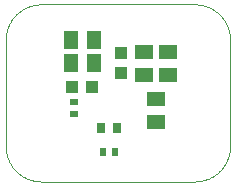
<source format=gbp>
G04 EAGLE Gerber RS-274X export*
G75*
%MOMM*%
%FSLAX35Y35*%
%LPD*%
%INsolder_paste_bottom*%
%IPPOS*%
%AMOC8*
5,1,8,0,0,1.08239X$1,22.5*%
G01*
%ADD10C,0.010000*%
%ADD11R,1.000000X1.100000*%
%ADD12R,1.100000X1.000000*%
%ADD13R,1.300000X1.500000*%
%ADD14R,1.500000X1.300000*%
%ADD15R,0.700000X0.600000*%
%ADD16R,0.700000X0.900000*%
%ADD17R,0.600000X0.700000*%


D10*
X3100000Y4100000D02*
X3100000Y3200000D01*
X3099912Y3192751D01*
X3099650Y3185506D01*
X3099212Y3178270D01*
X3098599Y3171046D01*
X3097813Y3163839D01*
X3096852Y3156653D01*
X3095718Y3149493D01*
X3094411Y3142362D01*
X3092932Y3135265D01*
X3091283Y3128205D01*
X3089463Y3121188D01*
X3087474Y3114216D01*
X3085317Y3107295D01*
X3082994Y3100428D01*
X3080505Y3093619D01*
X3077852Y3086872D01*
X3075038Y3080191D01*
X3072062Y3073580D01*
X3068928Y3067043D01*
X3065637Y3060583D01*
X3062190Y3054205D01*
X3058591Y3047912D01*
X3054840Y3041708D01*
X3050941Y3035596D01*
X3046895Y3029581D01*
X3042705Y3023664D01*
X3038373Y3017851D01*
X3033902Y3012144D01*
X3029295Y3006547D01*
X3024553Y3001063D01*
X3019681Y2995695D01*
X3014680Y2990447D01*
X3009553Y2985320D01*
X3004305Y2980319D01*
X2998937Y2975447D01*
X2993453Y2970705D01*
X2987856Y2966098D01*
X2982149Y2961627D01*
X2976336Y2957295D01*
X2970419Y2953105D01*
X2964404Y2949059D01*
X2958292Y2945160D01*
X2952088Y2941409D01*
X2945795Y2937810D01*
X2939417Y2934363D01*
X2932957Y2931072D01*
X2926420Y2927938D01*
X2919809Y2924962D01*
X2913128Y2922148D01*
X2906381Y2919495D01*
X2899572Y2917006D01*
X2892705Y2914683D01*
X2885784Y2912526D01*
X2878812Y2910537D01*
X2871795Y2908717D01*
X2864735Y2907068D01*
X2857638Y2905589D01*
X2850507Y2904282D01*
X2843347Y2903148D01*
X2836161Y2902187D01*
X2828954Y2901401D01*
X2821730Y2900788D01*
X2814494Y2900350D01*
X2807249Y2900088D01*
X2800000Y2900000D01*
X1500000Y2900000D01*
X1492751Y2900088D01*
X1485506Y2900350D01*
X1478270Y2900788D01*
X1471046Y2901401D01*
X1463839Y2902187D01*
X1456653Y2903148D01*
X1449493Y2904282D01*
X1442362Y2905589D01*
X1435265Y2907068D01*
X1428205Y2908717D01*
X1421188Y2910537D01*
X1414216Y2912526D01*
X1407295Y2914683D01*
X1400428Y2917006D01*
X1393619Y2919495D01*
X1386872Y2922148D01*
X1380191Y2924962D01*
X1373580Y2927938D01*
X1367043Y2931072D01*
X1360583Y2934363D01*
X1354205Y2937810D01*
X1347912Y2941409D01*
X1341708Y2945160D01*
X1335596Y2949059D01*
X1329581Y2953105D01*
X1323664Y2957295D01*
X1317851Y2961627D01*
X1312144Y2966098D01*
X1306547Y2970705D01*
X1301063Y2975447D01*
X1295695Y2980319D01*
X1290447Y2985320D01*
X1285320Y2990447D01*
X1280319Y2995695D01*
X1275447Y3001063D01*
X1270705Y3006547D01*
X1266098Y3012144D01*
X1261627Y3017851D01*
X1257295Y3023664D01*
X1253105Y3029581D01*
X1249059Y3035596D01*
X1245160Y3041708D01*
X1241409Y3047912D01*
X1237810Y3054205D01*
X1234363Y3060583D01*
X1231072Y3067043D01*
X1227938Y3073580D01*
X1224962Y3080191D01*
X1222148Y3086872D01*
X1219495Y3093619D01*
X1217006Y3100428D01*
X1214683Y3107295D01*
X1212526Y3114216D01*
X1210537Y3121188D01*
X1208717Y3128205D01*
X1207068Y3135265D01*
X1205589Y3142362D01*
X1204282Y3149493D01*
X1203148Y3156653D01*
X1202187Y3163839D01*
X1201401Y3171046D01*
X1200788Y3178270D01*
X1200350Y3185506D01*
X1200088Y3192751D01*
X1200000Y3200000D01*
X1200000Y4100000D01*
X1200088Y4107249D01*
X1200350Y4114494D01*
X1200788Y4121730D01*
X1201401Y4128954D01*
X1202187Y4136161D01*
X1203148Y4143347D01*
X1204282Y4150507D01*
X1205589Y4157638D01*
X1207068Y4164735D01*
X1208717Y4171795D01*
X1210537Y4178812D01*
X1212526Y4185784D01*
X1214683Y4192705D01*
X1217006Y4199572D01*
X1219495Y4206381D01*
X1222148Y4213128D01*
X1224962Y4219809D01*
X1227938Y4226420D01*
X1231072Y4232957D01*
X1234363Y4239417D01*
X1237810Y4245795D01*
X1241409Y4252088D01*
X1245160Y4258292D01*
X1249059Y4264404D01*
X1253105Y4270419D01*
X1257295Y4276336D01*
X1261627Y4282149D01*
X1266098Y4287856D01*
X1270705Y4293453D01*
X1275447Y4298937D01*
X1280319Y4304305D01*
X1285320Y4309553D01*
X1290447Y4314680D01*
X1295695Y4319681D01*
X1301063Y4324553D01*
X1306547Y4329295D01*
X1312144Y4333902D01*
X1317851Y4338373D01*
X1323664Y4342705D01*
X1329581Y4346895D01*
X1335596Y4350941D01*
X1341708Y4354840D01*
X1347912Y4358591D01*
X1354205Y4362190D01*
X1360583Y4365637D01*
X1367043Y4368928D01*
X1373580Y4372062D01*
X1380191Y4375038D01*
X1386872Y4377852D01*
X1393619Y4380505D01*
X1400428Y4382994D01*
X1407295Y4385317D01*
X1414216Y4387474D01*
X1421188Y4389463D01*
X1428205Y4391283D01*
X1435265Y4392932D01*
X1442362Y4394411D01*
X1449493Y4395718D01*
X1456653Y4396852D01*
X1463839Y4397813D01*
X1471046Y4398599D01*
X1478270Y4399212D01*
X1485506Y4399650D01*
X1492751Y4399912D01*
X1500000Y4400000D01*
X2800000Y4400000D01*
X2807249Y4399912D01*
X2814494Y4399650D01*
X2821730Y4399212D01*
X2828954Y4398599D01*
X2836161Y4397813D01*
X2843347Y4396852D01*
X2850507Y4395718D01*
X2857638Y4394411D01*
X2864735Y4392932D01*
X2871795Y4391283D01*
X2878812Y4389463D01*
X2885784Y4387474D01*
X2892705Y4385317D01*
X2899572Y4382994D01*
X2906381Y4380505D01*
X2913128Y4377852D01*
X2919809Y4375038D01*
X2926420Y4372062D01*
X2932957Y4368928D01*
X2939417Y4365637D01*
X2945795Y4362190D01*
X2952088Y4358591D01*
X2958292Y4354840D01*
X2964404Y4350941D01*
X2970419Y4346895D01*
X2976336Y4342705D01*
X2982149Y4338373D01*
X2987856Y4333902D01*
X2993453Y4329295D01*
X2998937Y4324553D01*
X3004305Y4319681D01*
X3009553Y4314680D01*
X3014680Y4309553D01*
X3019681Y4304305D01*
X3024553Y4298937D01*
X3029295Y4293453D01*
X3033902Y4287856D01*
X3038373Y4282149D01*
X3042705Y4276336D01*
X3046895Y4270419D01*
X3050941Y4264404D01*
X3054840Y4258292D01*
X3058591Y4252088D01*
X3062190Y4245795D01*
X3065637Y4239417D01*
X3068928Y4232957D01*
X3072062Y4226420D01*
X3075038Y4219809D01*
X3077852Y4213128D01*
X3080505Y4206381D01*
X3082994Y4199572D01*
X3085317Y4192705D01*
X3087474Y4185784D01*
X3089463Y4178812D01*
X3091283Y4171795D01*
X3092932Y4164735D01*
X3094411Y4157638D01*
X3095718Y4150507D01*
X3096852Y4143347D01*
X3097813Y4136161D01*
X3098599Y4128954D01*
X3099212Y4121730D01*
X3099650Y4114494D01*
X3099912Y4107249D01*
X3100000Y4100000D01*
D11*
X2175000Y3815000D03*
X2175000Y3985000D03*
D12*
X1765000Y3700000D03*
X1935000Y3700000D03*
D13*
X1755000Y3900000D03*
X1945000Y3900000D03*
X1755000Y4100000D03*
X1945000Y4100000D03*
D14*
X2375000Y3805000D03*
X2375000Y3995000D03*
X2575000Y3805000D03*
X2575000Y3995000D03*
X2475000Y3595000D03*
X2475000Y3405000D03*
D15*
X1775000Y3475000D03*
X1775000Y3575000D03*
D16*
X2140000Y3350000D03*
X2010000Y3350000D03*
D17*
X2025000Y3150000D03*
X2125000Y3150000D03*
M02*

</source>
